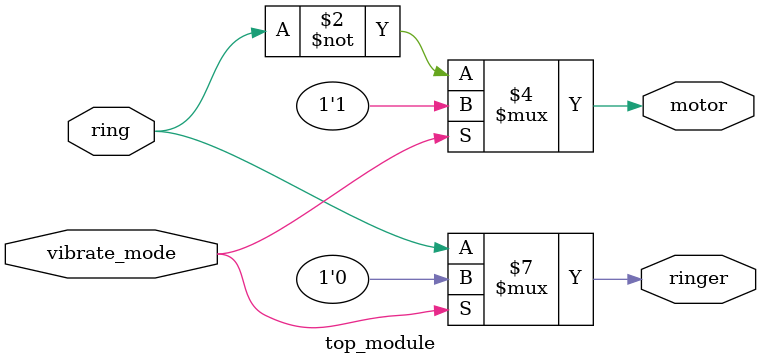
<source format=sv>
module top_module(
    input ring,
    input vibrate_mode,
    output reg ringer,
    output reg motor
);

always @(*) begin
    if(vibrate_mode) begin
        ringer = 1'b0;
        motor = 1'b1;
    end
    else begin
        ringer = ring;
        motor = ~ring;
    end
end

endmodule

</source>
